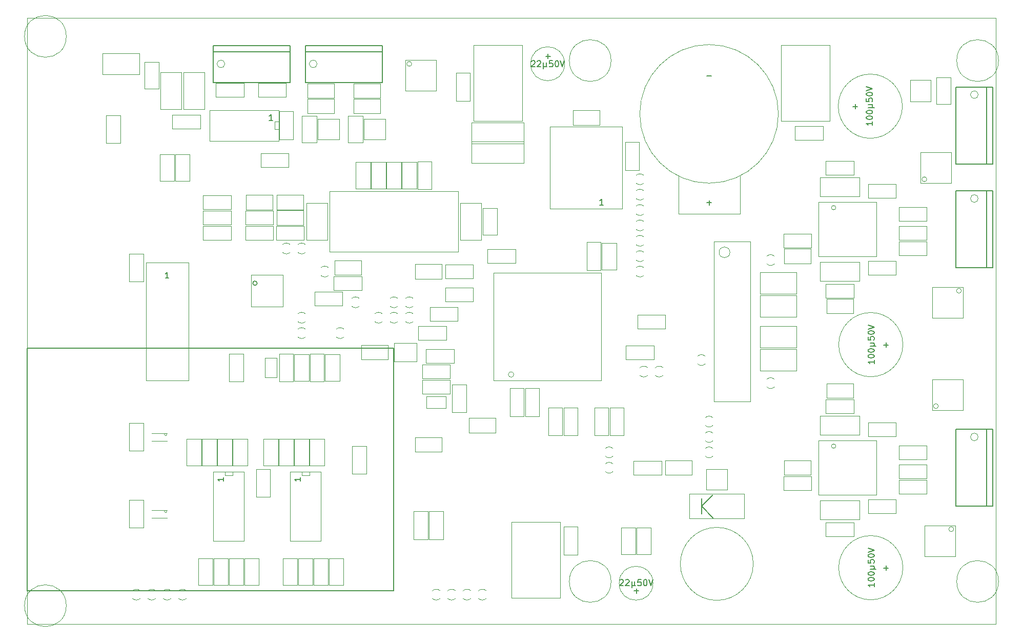
<source format=gbr>
G04 #@! TF.FileFunction,Other,User*
%FSLAX46Y46*%
G04 Gerber Fmt 4.6, Leading zero omitted, Abs format (unit mm)*
G04 Created by KiCad (PCBNEW 4.0.5) date 02/20/17 23:04:05*
%MOMM*%
%LPD*%
G01*
G04 APERTURE LIST*
%ADD10C,0.100000*%
%ADD11C,0.150000*%
%ADD12C,0.050000*%
G04 APERTURE END LIST*
D10*
X55000000Y-135000000D02*
X55000000Y-35000000D01*
X215000000Y-135000000D02*
X55000000Y-135000000D01*
X215000000Y-35000000D02*
X215000000Y-135000000D01*
X55000000Y-35000000D02*
X215000000Y-35000000D01*
D11*
X115500000Y-129500000D02*
X55000000Y-129500000D01*
X55000000Y-129500000D02*
X55000000Y-89500000D01*
X55000000Y-89500000D02*
X115500000Y-89500000D01*
X115500000Y-89500000D02*
X115500000Y-129500000D01*
D12*
X115500000Y-122750000D02*
X115500000Y-96350000D01*
X128745000Y-39480000D02*
X136745000Y-39480000D01*
X128745000Y-51980000D02*
X128745000Y-39480000D01*
X136745000Y-51980000D02*
X128745000Y-51980000D01*
X136745000Y-39480000D02*
X136745000Y-51980000D01*
X215450000Y-128000000D02*
G75*
G03X215450000Y-128000000I-3450000J0D01*
G01*
X61450000Y-132000000D02*
G75*
G03X61450000Y-132000000I-3450000J0D01*
G01*
X151450000Y-42000000D02*
G75*
G03X151450000Y-42000000I-3450000J0D01*
G01*
X215450000Y-42000000D02*
G75*
G03X215450000Y-42000000I-3450000J0D01*
G01*
X151450000Y-128000000D02*
G75*
G03X151450000Y-128000000I-3450000J0D01*
G01*
X61450000Y-38000000D02*
G75*
G03X61450000Y-38000000I-3450000J0D01*
G01*
X143035000Y-130700000D02*
X135035000Y-130700000D01*
X143035000Y-118200000D02*
X143035000Y-130700000D01*
X135035000Y-118200000D02*
X143035000Y-118200000D01*
X135035000Y-130700000D02*
X135035000Y-118200000D01*
X179545000Y-39480000D02*
X187545000Y-39480000D01*
X179545000Y-51980000D02*
X179545000Y-39480000D01*
X187545000Y-51980000D02*
X179545000Y-51980000D01*
X187545000Y-39480000D02*
X187545000Y-51980000D01*
D10*
X96520000Y-53340000D02*
X95885000Y-53340000D01*
X95885000Y-53340000D02*
X95885000Y-52070000D01*
X95885000Y-52070000D02*
X96520000Y-52070000D01*
X96520000Y-55245000D02*
X85090000Y-55245000D01*
X85090000Y-55245000D02*
X85090000Y-50165000D01*
X85090000Y-50165000D02*
X96520000Y-50165000D01*
X96520000Y-50165000D02*
X96520000Y-55245000D01*
X88900000Y-109855000D02*
X88900000Y-110490000D01*
X88900000Y-110490000D02*
X87630000Y-110490000D01*
X87630000Y-110490000D02*
X87630000Y-109855000D01*
X90805000Y-109855000D02*
X90805000Y-121285000D01*
X90805000Y-121285000D02*
X85725000Y-121285000D01*
X85725000Y-121285000D02*
X85725000Y-109855000D01*
X85725000Y-109855000D02*
X90805000Y-109855000D01*
X101600000Y-109855000D02*
X101600000Y-110490000D01*
X101600000Y-110490000D02*
X100330000Y-110490000D01*
X100330000Y-110490000D02*
X100330000Y-109855000D01*
X103505000Y-109855000D02*
X103505000Y-121285000D01*
X103505000Y-121285000D02*
X98425000Y-121285000D01*
X98425000Y-121285000D02*
X98425000Y-109855000D01*
X98425000Y-109855000D02*
X103505000Y-109855000D01*
D12*
X153270000Y-66440000D02*
X153270000Y-52940000D01*
X141370000Y-66440000D02*
X141370000Y-52940000D01*
X153270000Y-66440000D02*
X141370000Y-66440000D01*
X153270000Y-52940000D02*
X141370000Y-52940000D01*
D10*
X78030605Y-103759000D02*
G75*
G03X78030605Y-103759000I-179605J0D01*
G01*
X78105000Y-104775000D02*
X75565000Y-104775000D01*
X75565000Y-103505000D02*
X78105000Y-103505000D01*
X78030605Y-116459000D02*
G75*
G03X78030605Y-116459000I-179605J0D01*
G01*
X78105000Y-117475000D02*
X75565000Y-117475000D01*
X75565000Y-116205000D02*
X78105000Y-116205000D01*
D11*
X166370000Y-114300000D02*
X166370000Y-116840000D01*
X168275000Y-113665000D02*
X166370000Y-115570000D01*
X166370000Y-115570000D02*
X168275000Y-117475000D01*
D12*
X164410000Y-113570000D02*
X173410000Y-113570000D01*
X173410000Y-113570000D02*
X173410000Y-117570000D01*
X173410000Y-117570000D02*
X164410000Y-117570000D01*
X164410000Y-117570000D02*
X164410000Y-113570000D01*
D10*
X135374714Y-93827500D02*
G75*
G03X135374714Y-93827500I-447214J0D01*
G01*
D12*
X132027500Y-94827500D02*
X149827500Y-94827500D01*
X132027500Y-77027500D02*
X149827500Y-77027500D01*
X132027500Y-94827500D02*
X132027500Y-77027500D01*
X149827500Y-94827500D02*
X149827500Y-77027500D01*
D10*
X118511609Y-42545000D02*
G75*
G03X118511609Y-42545000I-401609J0D01*
G01*
X122555000Y-41910000D02*
X122555000Y-46990000D01*
X122555000Y-46990000D02*
X117475000Y-46990000D01*
X117475000Y-46990000D02*
X117475000Y-41910000D01*
X117475000Y-41910000D02*
X122555000Y-41910000D01*
X203601609Y-61595000D02*
G75*
G03X203601609Y-61595000I-401609J0D01*
G01*
X202565000Y-57150000D02*
X207645000Y-57150000D01*
X207645000Y-57150000D02*
X207645000Y-62230000D01*
X207645000Y-62230000D02*
X202565000Y-62230000D01*
X202565000Y-62230000D02*
X202565000Y-57150000D01*
X209316609Y-80010000D02*
G75*
G03X209316609Y-80010000I-401609J0D01*
G01*
X209550000Y-84455000D02*
X204470000Y-84455000D01*
X204470000Y-84455000D02*
X204470000Y-79375000D01*
X204470000Y-79375000D02*
X209550000Y-79375000D01*
X209550000Y-79375000D02*
X209550000Y-84455000D01*
X205506609Y-99060000D02*
G75*
G03X205506609Y-99060000I-401609J0D01*
G01*
X204470000Y-94615000D02*
X209550000Y-94615000D01*
X209550000Y-94615000D02*
X209550000Y-99695000D01*
X209550000Y-99695000D02*
X204470000Y-99695000D01*
X204470000Y-99695000D02*
X204470000Y-94615000D01*
X208046609Y-119380000D02*
G75*
G03X208046609Y-119380000I-401609J0D01*
G01*
X208280000Y-123825000D02*
X203200000Y-123825000D01*
X203200000Y-123825000D02*
X203200000Y-118745000D01*
X203200000Y-118745000D02*
X208280000Y-118745000D01*
X208280000Y-118745000D02*
X208280000Y-123825000D01*
D12*
X73505000Y-40795000D02*
X67455000Y-40795000D01*
X73505000Y-44295000D02*
X67455000Y-44295000D01*
X73505000Y-40795000D02*
X73505000Y-44295000D01*
X67455000Y-40795000D02*
X67455000Y-44295000D01*
X126520000Y-65560000D02*
X126520000Y-71610000D01*
X130020000Y-65560000D02*
X130020000Y-71610000D01*
X126520000Y-65560000D02*
X130020000Y-65560000D01*
X126520000Y-71610000D02*
X130020000Y-71610000D01*
X80490000Y-50010000D02*
X80490000Y-43960000D01*
X76990000Y-50010000D02*
X76990000Y-43960000D01*
X80490000Y-50010000D02*
X76990000Y-50010000D01*
X80490000Y-43960000D02*
X76990000Y-43960000D01*
X84300000Y-50010000D02*
X84300000Y-43960000D01*
X80800000Y-50010000D02*
X80800000Y-43960000D01*
X84300000Y-50010000D02*
X80800000Y-50010000D01*
X84300000Y-43960000D02*
X80800000Y-43960000D01*
D10*
X174934139Y-125095000D02*
G75*
G03X174934139Y-125095000I-6024139J0D01*
G01*
X212090000Y-47625000D02*
G75*
G03X212090000Y-47625000I-635000J0D01*
G01*
D11*
X213487000Y-59055000D02*
X213487000Y-46355000D01*
X208407000Y-46355000D02*
X208407000Y-59055000D01*
X208407000Y-59055000D02*
X214503000Y-59055000D01*
X214503000Y-59055000D02*
X214503000Y-46355000D01*
X214503000Y-46355000D02*
X208407000Y-46355000D01*
D10*
X87630000Y-42545000D02*
G75*
G03X87630000Y-42545000I-635000J0D01*
G01*
D11*
X98425000Y-40513000D02*
X85725000Y-40513000D01*
X85725000Y-45593000D02*
X98425000Y-45593000D01*
X98425000Y-45593000D02*
X98425000Y-39497000D01*
X98425000Y-39497000D02*
X85725000Y-39497000D01*
X85725000Y-39497000D02*
X85725000Y-45593000D01*
D10*
X212090000Y-64770000D02*
G75*
G03X212090000Y-64770000I-635000J0D01*
G01*
D11*
X213487000Y-76200000D02*
X213487000Y-63500000D01*
X208407000Y-63500000D02*
X208407000Y-76200000D01*
X208407000Y-76200000D02*
X214503000Y-76200000D01*
X214503000Y-76200000D02*
X214503000Y-63500000D01*
X214503000Y-63500000D02*
X208407000Y-63500000D01*
D10*
X212090000Y-104140000D02*
G75*
G03X212090000Y-104140000I-635000J0D01*
G01*
D11*
X213487000Y-115570000D02*
X213487000Y-102870000D01*
X208407000Y-102870000D02*
X208407000Y-115570000D01*
X208407000Y-115570000D02*
X214503000Y-115570000D01*
X214503000Y-115570000D02*
X214503000Y-102870000D01*
X214503000Y-102870000D02*
X208407000Y-102870000D01*
D10*
X102870000Y-42545000D02*
G75*
G03X102870000Y-42545000I-635000J0D01*
G01*
D11*
X113665000Y-40513000D02*
X100965000Y-40513000D01*
X100965000Y-45593000D02*
X113665000Y-45593000D01*
X113665000Y-45593000D02*
X113665000Y-39497000D01*
X113665000Y-39497000D02*
X100965000Y-39497000D01*
X100965000Y-39497000D02*
X100965000Y-45593000D01*
D10*
X171078026Y-73660000D02*
G75*
G03X171078026Y-73660000I-898026J0D01*
G01*
D12*
X168430000Y-71910000D02*
X168430000Y-98310000D01*
X174480000Y-71910000D02*
X174480000Y-98310000D01*
X168430000Y-71910000D02*
X174480000Y-71910000D01*
X168430000Y-98310000D02*
X174480000Y-98310000D01*
D10*
X172720000Y-60960000D02*
X172720000Y-67310000D01*
X172720000Y-67310000D02*
X162560000Y-67310000D01*
X162560000Y-67310000D02*
X162560000Y-60960000D01*
X179087625Y-50800000D02*
G75*
G03X179087625Y-50800000I-11447625J0D01*
G01*
X150495000Y-109855000D02*
G75*
G03X151765000Y-109855000I635000J635000D01*
G01*
X151765000Y-108585000D02*
G75*
G03X150495000Y-108585000I-635000J-635000D01*
G01*
X155575000Y-64770000D02*
G75*
G03X156845000Y-64770000I635000J635000D01*
G01*
X156845000Y-63500000D02*
G75*
G03X155575000Y-63500000I-635000J-635000D01*
G01*
X155575000Y-62230000D02*
G75*
G03X156845000Y-62230000I635000J635000D01*
G01*
X156845000Y-60960000D02*
G75*
G03X155575000Y-60960000I-635000J-635000D01*
G01*
X155575000Y-77470000D02*
G75*
G03X156845000Y-77470000I635000J635000D01*
G01*
X156845000Y-76200000D02*
G75*
G03X155575000Y-76200000I-635000J-635000D01*
G01*
X112395000Y-85090000D02*
G75*
G03X113665000Y-85090000I635000J635000D01*
G01*
X113665000Y-83820000D02*
G75*
G03X112395000Y-83820000I-635000J-635000D01*
G01*
X97155000Y-73660000D02*
G75*
G03X98425000Y-73660000I635000J635000D01*
G01*
X98425000Y-72390000D02*
G75*
G03X97155000Y-72390000I-635000J-635000D01*
G01*
X114935000Y-85090000D02*
G75*
G03X116205000Y-85090000I635000J635000D01*
G01*
X116205000Y-83820000D02*
G75*
G03X114935000Y-83820000I-635000J-635000D01*
G01*
X103505000Y-77470000D02*
G75*
G03X104775000Y-77470000I635000J635000D01*
G01*
X104775000Y-76200000D02*
G75*
G03X103505000Y-76200000I-635000J-635000D01*
G01*
X108585000Y-82550000D02*
G75*
G03X109855000Y-82550000I635000J635000D01*
G01*
X109855000Y-81280000D02*
G75*
G03X108585000Y-81280000I-635000J-635000D01*
G01*
X117475000Y-85090000D02*
G75*
G03X118745000Y-85090000I635000J635000D01*
G01*
X118745000Y-83820000D02*
G75*
G03X117475000Y-83820000I-635000J-635000D01*
G01*
X117475000Y-82550000D02*
G75*
G03X118745000Y-82550000I635000J635000D01*
G01*
X118745000Y-81280000D02*
G75*
G03X117475000Y-81280000I-635000J-635000D01*
G01*
X99695000Y-73660000D02*
G75*
G03X100965000Y-73660000I635000J635000D01*
G01*
X100965000Y-72390000D02*
G75*
G03X99695000Y-72390000I-635000J-635000D01*
G01*
X114935000Y-82550000D02*
G75*
G03X116205000Y-82550000I635000J635000D01*
G01*
X116205000Y-81280000D02*
G75*
G03X114935000Y-81280000I-635000J-635000D01*
G01*
X106045000Y-87630000D02*
G75*
G03X107315000Y-87630000I635000J635000D01*
G01*
X107315000Y-86360000D02*
G75*
G03X106045000Y-86360000I-635000J-635000D01*
G01*
X99695000Y-85090000D02*
G75*
G03X100965000Y-85090000I635000J635000D01*
G01*
X100965000Y-83820000D02*
G75*
G03X99695000Y-83820000I-635000J-635000D01*
G01*
X99695000Y-87630000D02*
G75*
G03X100965000Y-87630000I635000J635000D01*
G01*
X100965000Y-86360000D02*
G75*
G03X99695000Y-86360000I-635000J-635000D01*
G01*
X177165000Y-75565000D02*
G75*
G03X178435000Y-75565000I635000J635000D01*
G01*
X178435000Y-74295000D02*
G75*
G03X177165000Y-74295000I-635000J-635000D01*
G01*
X177165000Y-95885000D02*
G75*
G03X178435000Y-95885000I635000J635000D01*
G01*
X178435000Y-94615000D02*
G75*
G03X177165000Y-94615000I-635000J-635000D01*
G01*
X80010000Y-130810000D02*
G75*
G03X81280000Y-130810000I635000J635000D01*
G01*
X81280000Y-129540000D02*
G75*
G03X80010000Y-129540000I-635000J-635000D01*
G01*
X74930000Y-130810000D02*
G75*
G03X76200000Y-130810000I635000J635000D01*
G01*
X76200000Y-129540000D02*
G75*
G03X74930000Y-129540000I-635000J-635000D01*
G01*
X127000000Y-130810000D02*
G75*
G03X128270000Y-130810000I635000J635000D01*
G01*
X128270000Y-129540000D02*
G75*
G03X127000000Y-129540000I-635000J-635000D01*
G01*
X124460000Y-130810000D02*
G75*
G03X125730000Y-130810000I635000J635000D01*
G01*
X125730000Y-129540000D02*
G75*
G03X124460000Y-129540000I-635000J-635000D01*
G01*
X121920000Y-130810000D02*
G75*
G03X123190000Y-130810000I635000J635000D01*
G01*
X123190000Y-129540000D02*
G75*
G03X121920000Y-129540000I-635000J-635000D01*
G01*
X129540000Y-130810000D02*
G75*
G03X130810000Y-130810000I635000J635000D01*
G01*
X130810000Y-129540000D02*
G75*
G03X129540000Y-129540000I-635000J-635000D01*
G01*
X77470000Y-130810000D02*
G75*
G03X78740000Y-130810000I635000J635000D01*
G01*
X78740000Y-129540000D02*
G75*
G03X77470000Y-129540000I-635000J-635000D01*
G01*
X72390000Y-130810000D02*
G75*
G03X73660000Y-130810000I635000J635000D01*
G01*
X73660000Y-129540000D02*
G75*
G03X72390000Y-129540000I-635000J-635000D01*
G01*
X167005000Y-102235000D02*
G75*
G03X168275000Y-102235000I635000J635000D01*
G01*
X168275000Y-100965000D02*
G75*
G03X167005000Y-100965000I-635000J-635000D01*
G01*
X158750000Y-93980000D02*
G75*
G03X160020000Y-93980000I635000J635000D01*
G01*
X160020000Y-92710000D02*
G75*
G03X158750000Y-92710000I-635000J-635000D01*
G01*
X156210000Y-93980000D02*
G75*
G03X157480000Y-93980000I635000J635000D01*
G01*
X157480000Y-92710000D02*
G75*
G03X156210000Y-92710000I-635000J-635000D01*
G01*
X167005000Y-104775000D02*
G75*
G03X168275000Y-104775000I635000J635000D01*
G01*
X168275000Y-103505000D02*
G75*
G03X167005000Y-103505000I-635000J-635000D01*
G01*
X167005000Y-107315000D02*
G75*
G03X168275000Y-107315000I635000J635000D01*
G01*
X168275000Y-106045000D02*
G75*
G03X167005000Y-106045000I-635000J-635000D01*
G01*
X150495000Y-107315000D02*
G75*
G03X151765000Y-107315000I635000J635000D01*
G01*
X151765000Y-106045000D02*
G75*
G03X150495000Y-106045000I-635000J-635000D01*
G01*
X155575000Y-69850000D02*
G75*
G03X156845000Y-69850000I635000J635000D01*
G01*
X156845000Y-68580000D02*
G75*
G03X155575000Y-68580000I-635000J-635000D01*
G01*
X155575000Y-74930000D02*
G75*
G03X156845000Y-74930000I635000J635000D01*
G01*
X156845000Y-73660000D02*
G75*
G03X155575000Y-73660000I-635000J-635000D01*
G01*
X155575000Y-67310000D02*
G75*
G03X156845000Y-67310000I635000J635000D01*
G01*
X156845000Y-66040000D02*
G75*
G03X155575000Y-66040000I-635000J-635000D01*
G01*
X155575000Y-72390000D02*
G75*
G03X156845000Y-72390000I635000J635000D01*
G01*
X156845000Y-71120000D02*
G75*
G03X155575000Y-71120000I-635000J-635000D01*
G01*
X165735000Y-92075000D02*
G75*
G03X167005000Y-92075000I635000J635000D01*
G01*
X167005000Y-90805000D02*
G75*
G03X165735000Y-90805000I-635000J-635000D01*
G01*
X115575000Y-88670000D02*
X119375000Y-88670000D01*
X119375000Y-88670000D02*
X119375000Y-91670000D01*
X119375000Y-91670000D02*
X115575000Y-91670000D01*
X115575000Y-91670000D02*
X115575000Y-88670000D01*
D12*
X74645000Y-75340000D02*
X74645000Y-94840000D01*
X81645000Y-75340000D02*
X81645000Y-94840000D01*
X74645000Y-75340000D02*
X81645000Y-75340000D01*
X74645000Y-94840000D02*
X81645000Y-94840000D01*
D10*
X188573210Y-105664000D02*
G75*
G03X188573210Y-105664000I-359210J0D01*
G01*
D12*
X185750000Y-104720000D02*
X185750000Y-113720000D01*
X195250000Y-104720000D02*
X195250000Y-113720000D01*
X185750000Y-104720000D02*
X195250000Y-104720000D01*
X185750000Y-113720000D02*
X195250000Y-113720000D01*
D10*
X188573210Y-66294000D02*
G75*
G03X188573210Y-66294000I-359210J0D01*
G01*
D12*
X185750000Y-65350000D02*
X185750000Y-74350000D01*
X195250000Y-65350000D02*
X195250000Y-74350000D01*
X185750000Y-65350000D02*
X195250000Y-65350000D01*
X185750000Y-74350000D02*
X195250000Y-74350000D01*
D11*
X92968553Y-78760000D02*
G75*
G03X92968553Y-78760000I-353553J0D01*
G01*
D12*
X91965000Y-77360000D02*
X91965000Y-82660000D01*
X97265000Y-77360000D02*
X97265000Y-82660000D01*
X91965000Y-77360000D02*
X97265000Y-77360000D01*
X91965000Y-82660000D02*
X97265000Y-82660000D01*
X143770000Y-42525000D02*
G75*
G03X143770000Y-42525000I-2800000J0D01*
G01*
X158375000Y-128290000D02*
G75*
G03X158375000Y-128290000I-2800000J0D01*
G01*
X199650000Y-125730000D02*
G75*
G03X199650000Y-125730000I-5300000J0D01*
G01*
X199650000Y-88900000D02*
G75*
G03X199650000Y-88900000I-5300000J0D01*
G01*
X199570000Y-49530000D02*
G75*
G03X199570000Y-49530000I-5300000J0D01*
G01*
X101120000Y-65560000D02*
X101120000Y-71610000D01*
X104620000Y-65560000D02*
X104620000Y-71610000D01*
X101120000Y-65560000D02*
X104620000Y-65560000D01*
X101120000Y-71610000D02*
X104620000Y-71610000D01*
X203595000Y-111005000D02*
X198995000Y-111005000D01*
X203595000Y-108705000D02*
X198995000Y-108705000D01*
X203595000Y-111005000D02*
X203595000Y-108705000D01*
X198995000Y-111005000D02*
X198995000Y-108705000D01*
X198995000Y-105530000D02*
X203595000Y-105530000D01*
X198995000Y-107830000D02*
X203595000Y-107830000D01*
X198995000Y-105530000D02*
X198995000Y-107830000D01*
X203595000Y-105530000D02*
X203595000Y-107830000D01*
X184545000Y-112910000D02*
X179945000Y-112910000D01*
X184545000Y-110610000D02*
X179945000Y-110610000D01*
X184545000Y-112910000D02*
X184545000Y-110610000D01*
X179945000Y-112910000D02*
X179945000Y-110610000D01*
X155180000Y-108070000D02*
X159780000Y-108070000D01*
X155180000Y-110370000D02*
X159780000Y-110370000D01*
X155180000Y-108070000D02*
X155180000Y-110370000D01*
X159780000Y-108070000D02*
X159780000Y-110370000D01*
X153790000Y-60085000D02*
X153790000Y-55485000D01*
X156090000Y-60085000D02*
X156090000Y-55485000D01*
X153790000Y-60085000D02*
X156090000Y-60085000D01*
X153790000Y-55485000D02*
X156090000Y-55485000D01*
X97755000Y-47985000D02*
X93155000Y-47985000D01*
X97755000Y-45685000D02*
X93155000Y-45685000D01*
X97755000Y-47985000D02*
X97755000Y-45685000D01*
X93155000Y-47985000D02*
X93155000Y-45685000D01*
X120255000Y-94735000D02*
X124855000Y-94735000D01*
X120255000Y-97035000D02*
X124855000Y-97035000D01*
X120255000Y-94735000D02*
X120255000Y-97035000D01*
X124855000Y-94735000D02*
X124855000Y-97035000D01*
X124220000Y-88145000D02*
X119620000Y-88145000D01*
X124220000Y-85845000D02*
X119620000Y-85845000D01*
X124220000Y-88145000D02*
X124220000Y-85845000D01*
X119620000Y-88145000D02*
X119620000Y-85845000D01*
X120890000Y-89655000D02*
X125490000Y-89655000D01*
X120890000Y-91955000D02*
X125490000Y-91955000D01*
X120890000Y-89655000D02*
X120890000Y-91955000D01*
X125490000Y-89655000D02*
X125490000Y-91955000D01*
X158510000Y-91320000D02*
X153910000Y-91320000D01*
X158510000Y-89020000D02*
X153910000Y-89020000D01*
X158510000Y-91320000D02*
X158510000Y-89020000D01*
X153910000Y-91320000D02*
X153910000Y-89020000D01*
X143630000Y-103900000D02*
X143630000Y-99300000D01*
X145930000Y-103900000D02*
X145930000Y-99300000D01*
X143630000Y-103900000D02*
X145930000Y-103900000D01*
X143630000Y-99300000D02*
X145930000Y-99300000D01*
X131050000Y-73145000D02*
X135650000Y-73145000D01*
X131050000Y-75445000D02*
X135650000Y-75445000D01*
X131050000Y-73145000D02*
X131050000Y-75445000D01*
X135650000Y-73145000D02*
X135650000Y-75445000D01*
X153550000Y-99300000D02*
X153550000Y-103900000D01*
X151250000Y-99300000D02*
X151250000Y-103900000D01*
X153550000Y-99300000D02*
X151250000Y-99300000D01*
X153550000Y-103900000D02*
X151250000Y-103900000D01*
X134740000Y-100725000D02*
X134740000Y-96125000D01*
X137040000Y-100725000D02*
X137040000Y-96125000D01*
X134740000Y-100725000D02*
X137040000Y-100725000D01*
X134740000Y-96125000D02*
X137040000Y-96125000D01*
X124065000Y-79495000D02*
X128665000Y-79495000D01*
X124065000Y-81795000D02*
X128665000Y-81795000D01*
X124065000Y-79495000D02*
X124065000Y-81795000D01*
X128665000Y-79495000D02*
X128665000Y-81795000D01*
X148710000Y-103900000D02*
X148710000Y-99300000D01*
X151010000Y-103900000D02*
X151010000Y-99300000D01*
X148710000Y-103900000D02*
X151010000Y-103900000D01*
X148710000Y-99300000D02*
X151010000Y-99300000D01*
X124065000Y-75685000D02*
X128665000Y-75685000D01*
X124065000Y-77985000D02*
X128665000Y-77985000D01*
X124065000Y-75685000D02*
X124065000Y-77985000D01*
X128665000Y-75685000D02*
X128665000Y-77985000D01*
X141090000Y-103900000D02*
X141090000Y-99300000D01*
X143390000Y-103900000D02*
X143390000Y-99300000D01*
X141090000Y-103900000D02*
X143390000Y-103900000D01*
X141090000Y-99300000D02*
X143390000Y-99300000D01*
X160415000Y-86240000D02*
X155815000Y-86240000D01*
X160415000Y-83940000D02*
X155815000Y-83940000D01*
X160415000Y-86240000D02*
X160415000Y-83940000D01*
X155815000Y-86240000D02*
X155815000Y-83940000D01*
X121525000Y-82670000D02*
X126125000Y-82670000D01*
X121525000Y-84970000D02*
X126125000Y-84970000D01*
X121525000Y-82670000D02*
X121525000Y-84970000D01*
X126125000Y-82670000D02*
X126125000Y-84970000D01*
X120255000Y-92195000D02*
X124855000Y-92195000D01*
X120255000Y-94495000D02*
X124855000Y-94495000D01*
X120255000Y-92195000D02*
X120255000Y-94495000D01*
X124855000Y-92195000D02*
X124855000Y-94495000D01*
X139580000Y-96125000D02*
X139580000Y-100725000D01*
X137280000Y-96125000D02*
X137280000Y-100725000D01*
X139580000Y-96125000D02*
X137280000Y-96125000D01*
X139580000Y-100725000D02*
X137280000Y-100725000D01*
X203595000Y-71635000D02*
X198995000Y-71635000D01*
X203595000Y-69335000D02*
X198995000Y-69335000D01*
X203595000Y-71635000D02*
X203595000Y-69335000D01*
X198995000Y-71635000D02*
X198995000Y-69335000D01*
X198995000Y-66160000D02*
X203595000Y-66160000D01*
X198995000Y-68460000D02*
X203595000Y-68460000D01*
X198995000Y-66160000D02*
X198995000Y-68460000D01*
X203595000Y-66160000D02*
X203595000Y-68460000D01*
X186930000Y-118230000D02*
X191530000Y-118230000D01*
X186930000Y-120530000D02*
X191530000Y-120530000D01*
X186930000Y-118230000D02*
X186930000Y-120530000D01*
X191530000Y-118230000D02*
X191530000Y-120530000D01*
X90685000Y-90410000D02*
X90685000Y-95010000D01*
X88385000Y-90410000D02*
X88385000Y-95010000D01*
X90685000Y-90410000D02*
X88385000Y-90410000D01*
X90685000Y-95010000D02*
X88385000Y-95010000D01*
X92830000Y-114060000D02*
X92830000Y-109460000D01*
X95130000Y-114060000D02*
X95130000Y-109460000D01*
X92830000Y-114060000D02*
X95130000Y-114060000D01*
X92830000Y-109460000D02*
X95130000Y-109460000D01*
X125850000Y-48655000D02*
X125850000Y-44055000D01*
X128150000Y-48655000D02*
X128150000Y-44055000D01*
X125850000Y-48655000D02*
X128150000Y-48655000D01*
X125850000Y-44055000D02*
X128150000Y-44055000D01*
X145930000Y-118985000D02*
X145930000Y-123585000D01*
X143630000Y-118985000D02*
X143630000Y-123585000D01*
X145930000Y-118985000D02*
X143630000Y-118985000D01*
X145930000Y-123585000D02*
X143630000Y-123585000D01*
X181850000Y-52825000D02*
X186450000Y-52825000D01*
X181850000Y-55125000D02*
X186450000Y-55125000D01*
X181850000Y-52825000D02*
X181850000Y-55125000D01*
X186450000Y-52825000D02*
X186450000Y-55125000D01*
X193915000Y-75050000D02*
X198515000Y-75050000D01*
X193915000Y-77350000D02*
X198515000Y-77350000D01*
X193915000Y-75050000D02*
X193915000Y-77350000D01*
X198515000Y-75050000D02*
X198515000Y-77350000D01*
X186930000Y-97910000D02*
X191530000Y-97910000D01*
X186930000Y-100210000D02*
X191530000Y-100210000D01*
X186930000Y-97910000D02*
X186930000Y-100210000D01*
X191530000Y-97910000D02*
X191530000Y-100210000D01*
X184545000Y-72905000D02*
X179945000Y-72905000D01*
X184545000Y-70605000D02*
X179945000Y-70605000D01*
X184545000Y-72905000D02*
X184545000Y-70605000D01*
X179945000Y-72905000D02*
X179945000Y-70605000D01*
X186930000Y-58540000D02*
X191530000Y-58540000D01*
X186930000Y-60840000D02*
X191530000Y-60840000D01*
X186930000Y-58540000D02*
X186930000Y-60840000D01*
X191530000Y-58540000D02*
X191530000Y-60840000D01*
X198995000Y-111245000D02*
X203595000Y-111245000D01*
X198995000Y-113545000D02*
X203595000Y-113545000D01*
X198995000Y-111245000D02*
X198995000Y-113545000D01*
X203595000Y-111245000D02*
X203595000Y-113545000D01*
X198995000Y-71875000D02*
X203595000Y-71875000D01*
X198995000Y-74175000D02*
X203595000Y-74175000D01*
X198995000Y-71875000D02*
X198995000Y-74175000D01*
X203595000Y-71875000D02*
X203595000Y-74175000D01*
X90770000Y-47985000D02*
X86170000Y-47985000D01*
X90770000Y-45685000D02*
X86170000Y-45685000D01*
X90770000Y-47985000D02*
X90770000Y-45685000D01*
X86170000Y-47985000D02*
X86170000Y-45685000D01*
X96640000Y-55005000D02*
X96640000Y-50405000D01*
X98940000Y-55005000D02*
X98940000Y-50405000D01*
X96640000Y-55005000D02*
X98940000Y-55005000D01*
X96640000Y-50405000D02*
X98940000Y-50405000D01*
X78980000Y-50920000D02*
X83580000Y-50920000D01*
X78980000Y-53220000D02*
X83580000Y-53220000D01*
X78980000Y-50920000D02*
X78980000Y-53220000D01*
X83580000Y-50920000D02*
X83580000Y-53220000D01*
X98185000Y-59570000D02*
X93585000Y-59570000D01*
X98185000Y-57270000D02*
X93585000Y-57270000D01*
X98185000Y-59570000D02*
X98185000Y-57270000D01*
X93585000Y-59570000D02*
X93585000Y-57270000D01*
X74175000Y-73900000D02*
X74175000Y-78500000D01*
X71875000Y-73900000D02*
X71875000Y-78500000D01*
X74175000Y-73900000D02*
X71875000Y-73900000D01*
X74175000Y-78500000D02*
X71875000Y-78500000D01*
X68065000Y-55640000D02*
X68065000Y-51040000D01*
X70365000Y-55640000D02*
X70365000Y-51040000D01*
X68065000Y-55640000D02*
X70365000Y-55640000D01*
X68065000Y-51040000D02*
X70365000Y-51040000D01*
X84060000Y-66795000D02*
X88660000Y-66795000D01*
X84060000Y-69095000D02*
X88660000Y-69095000D01*
X84060000Y-66795000D02*
X84060000Y-69095000D01*
X88660000Y-66795000D02*
X88660000Y-69095000D01*
X84060000Y-64255000D02*
X88660000Y-64255000D01*
X84060000Y-66555000D02*
X88660000Y-66555000D01*
X84060000Y-64255000D02*
X84060000Y-66555000D01*
X88660000Y-64255000D02*
X88660000Y-66555000D01*
X84060000Y-69335000D02*
X88660000Y-69335000D01*
X84060000Y-71635000D02*
X88660000Y-71635000D01*
X84060000Y-69335000D02*
X84060000Y-71635000D01*
X88660000Y-69335000D02*
X88660000Y-71635000D01*
X91045000Y-66795000D02*
X95645000Y-66795000D01*
X91045000Y-69095000D02*
X95645000Y-69095000D01*
X91045000Y-66795000D02*
X91045000Y-69095000D01*
X95645000Y-66795000D02*
X95645000Y-69095000D01*
X127515000Y-95490000D02*
X127515000Y-100090000D01*
X125215000Y-95490000D02*
X125215000Y-100090000D01*
X127515000Y-95490000D02*
X125215000Y-95490000D01*
X127515000Y-100090000D02*
X125215000Y-100090000D01*
X91045000Y-69335000D02*
X95645000Y-69335000D01*
X91045000Y-71635000D02*
X95645000Y-71635000D01*
X91045000Y-69335000D02*
X91045000Y-71635000D01*
X95645000Y-69335000D02*
X95645000Y-71635000D01*
X104020000Y-90410000D02*
X104020000Y-95010000D01*
X101720000Y-90410000D02*
X101720000Y-95010000D01*
X104020000Y-90410000D02*
X101720000Y-90410000D01*
X104020000Y-95010000D02*
X101720000Y-95010000D01*
X98940000Y-90410000D02*
X98940000Y-95010000D01*
X96640000Y-90410000D02*
X96640000Y-95010000D01*
X98940000Y-90410000D02*
X96640000Y-90410000D01*
X98940000Y-95010000D02*
X96640000Y-95010000D01*
X102475000Y-80130000D02*
X107075000Y-80130000D01*
X102475000Y-82430000D02*
X107075000Y-82430000D01*
X102475000Y-80130000D02*
X102475000Y-82430000D01*
X107075000Y-80130000D02*
X107075000Y-82430000D01*
X105650000Y-77590000D02*
X110250000Y-77590000D01*
X105650000Y-79890000D02*
X110250000Y-79890000D01*
X105650000Y-77590000D02*
X105650000Y-79890000D01*
X110250000Y-77590000D02*
X110250000Y-79890000D01*
X100725000Y-71635000D02*
X96125000Y-71635000D01*
X100725000Y-69335000D02*
X96125000Y-69335000D01*
X100725000Y-71635000D02*
X100725000Y-69335000D01*
X96125000Y-71635000D02*
X96125000Y-69335000D01*
X121165000Y-116445000D02*
X121165000Y-121045000D01*
X118865000Y-116445000D02*
X118865000Y-121045000D01*
X121165000Y-116445000D02*
X118865000Y-116445000D01*
X121165000Y-121045000D02*
X118865000Y-121045000D01*
X123705000Y-116445000D02*
X123705000Y-121045000D01*
X121405000Y-116445000D02*
X121405000Y-121045000D01*
X123705000Y-116445000D02*
X121405000Y-116445000D01*
X123705000Y-121045000D02*
X121405000Y-121045000D01*
X74175000Y-114540000D02*
X74175000Y-119140000D01*
X71875000Y-114540000D02*
X71875000Y-119140000D01*
X74175000Y-114540000D02*
X71875000Y-114540000D01*
X74175000Y-119140000D02*
X71875000Y-119140000D01*
X74175000Y-101840000D02*
X74175000Y-106440000D01*
X71875000Y-101840000D02*
X71875000Y-106440000D01*
X74175000Y-101840000D02*
X71875000Y-101840000D01*
X74175000Y-106440000D02*
X71875000Y-106440000D01*
X186930000Y-78860000D02*
X191530000Y-78860000D01*
X186930000Y-81160000D02*
X191530000Y-81160000D01*
X186930000Y-78860000D02*
X186930000Y-81160000D01*
X191530000Y-78860000D02*
X191530000Y-81160000D01*
X193915000Y-114420000D02*
X198515000Y-114420000D01*
X193915000Y-116720000D02*
X198515000Y-116720000D01*
X193915000Y-114420000D02*
X193915000Y-116720000D01*
X198515000Y-114420000D02*
X198515000Y-116720000D01*
X193915000Y-101720000D02*
X198515000Y-101720000D01*
X193915000Y-104020000D02*
X198515000Y-104020000D01*
X193915000Y-101720000D02*
X193915000Y-104020000D01*
X198515000Y-101720000D02*
X198515000Y-104020000D01*
X193915000Y-62350000D02*
X198515000Y-62350000D01*
X193915000Y-64650000D02*
X198515000Y-64650000D01*
X193915000Y-62350000D02*
X193915000Y-64650000D01*
X198515000Y-62350000D02*
X198515000Y-64650000D01*
X119500000Y-63260000D02*
X119500000Y-58660000D01*
X121800000Y-63260000D02*
X121800000Y-58660000D01*
X119500000Y-63260000D02*
X121800000Y-63260000D01*
X119500000Y-58660000D02*
X121800000Y-58660000D01*
X111005000Y-105650000D02*
X111005000Y-110250000D01*
X108705000Y-105650000D02*
X108705000Y-110250000D01*
X111005000Y-105650000D02*
X108705000Y-105650000D01*
X111005000Y-110250000D02*
X108705000Y-110250000D01*
X147440000Y-76595000D02*
X147440000Y-71995000D01*
X149740000Y-76595000D02*
X149740000Y-71995000D01*
X147440000Y-76595000D02*
X149740000Y-76595000D01*
X147440000Y-71995000D02*
X149740000Y-71995000D01*
X113325000Y-50730000D02*
X108925000Y-50730000D01*
X113325000Y-48330000D02*
X108925000Y-48330000D01*
X113325000Y-50730000D02*
X113325000Y-48330000D01*
X108925000Y-50730000D02*
X108925000Y-48330000D01*
X105705000Y-50730000D02*
X101305000Y-50730000D01*
X105705000Y-48330000D02*
X101305000Y-48330000D01*
X105705000Y-50730000D02*
X105705000Y-48330000D01*
X101305000Y-50730000D02*
X101305000Y-48330000D01*
X110420000Y-51140000D02*
X110420000Y-55540000D01*
X108020000Y-51140000D02*
X108020000Y-55540000D01*
X110420000Y-51140000D02*
X108020000Y-51140000D01*
X110420000Y-55540000D02*
X108020000Y-55540000D01*
X102800000Y-51140000D02*
X102800000Y-55540000D01*
X100400000Y-51140000D02*
X100400000Y-55540000D01*
X102800000Y-51140000D02*
X100400000Y-51140000D01*
X102800000Y-55540000D02*
X100400000Y-55540000D01*
X96225000Y-64205000D02*
X100625000Y-64205000D01*
X96225000Y-66605000D02*
X100625000Y-66605000D01*
X96225000Y-64205000D02*
X96225000Y-66605000D01*
X100625000Y-64205000D02*
X100625000Y-66605000D01*
X79305000Y-57490000D02*
X79305000Y-61890000D01*
X76905000Y-57490000D02*
X76905000Y-61890000D01*
X79305000Y-57490000D02*
X76905000Y-57490000D01*
X79305000Y-61890000D02*
X76905000Y-61890000D01*
X100625000Y-69145000D02*
X96225000Y-69145000D01*
X100625000Y-66745000D02*
X96225000Y-66745000D01*
X100625000Y-69145000D02*
X100625000Y-66745000D01*
X96225000Y-69145000D02*
X96225000Y-66745000D01*
X97225000Y-128565000D02*
X97225000Y-124165000D01*
X99625000Y-128565000D02*
X99625000Y-124165000D01*
X97225000Y-128565000D02*
X99625000Y-128565000D01*
X97225000Y-124165000D02*
X99625000Y-124165000D01*
X99765000Y-128565000D02*
X99765000Y-124165000D01*
X102165000Y-128565000D02*
X102165000Y-124165000D01*
X99765000Y-128565000D02*
X102165000Y-128565000D01*
X99765000Y-124165000D02*
X102165000Y-124165000D01*
X102305000Y-128565000D02*
X102305000Y-124165000D01*
X104705000Y-128565000D02*
X104705000Y-124165000D01*
X102305000Y-128565000D02*
X104705000Y-128565000D01*
X102305000Y-124165000D02*
X104705000Y-124165000D01*
X104845000Y-128565000D02*
X104845000Y-124165000D01*
X107245000Y-128565000D02*
X107245000Y-124165000D01*
X104845000Y-128565000D02*
X107245000Y-128565000D01*
X104845000Y-124165000D02*
X107245000Y-124165000D01*
X86290000Y-104480000D02*
X86290000Y-108880000D01*
X83890000Y-104480000D02*
X83890000Y-108880000D01*
X86290000Y-104480000D02*
X83890000Y-104480000D01*
X86290000Y-108880000D02*
X83890000Y-108880000D01*
X83750000Y-104480000D02*
X83750000Y-108880000D01*
X81350000Y-104480000D02*
X81350000Y-108880000D01*
X83750000Y-104480000D02*
X81350000Y-104480000D01*
X83750000Y-108880000D02*
X81350000Y-108880000D01*
X83255000Y-128565000D02*
X83255000Y-124165000D01*
X85655000Y-128565000D02*
X85655000Y-124165000D01*
X83255000Y-128565000D02*
X85655000Y-128565000D01*
X83255000Y-124165000D02*
X85655000Y-124165000D01*
X85795000Y-128565000D02*
X85795000Y-124165000D01*
X88195000Y-128565000D02*
X88195000Y-124165000D01*
X85795000Y-128565000D02*
X88195000Y-128565000D01*
X85795000Y-124165000D02*
X88195000Y-124165000D01*
X88335000Y-128565000D02*
X88335000Y-124165000D01*
X90735000Y-128565000D02*
X90735000Y-124165000D01*
X88335000Y-128565000D02*
X90735000Y-128565000D01*
X88335000Y-124165000D02*
X90735000Y-124165000D01*
X90875000Y-128565000D02*
X90875000Y-124165000D01*
X93275000Y-128565000D02*
X93275000Y-124165000D01*
X90875000Y-128565000D02*
X93275000Y-128565000D01*
X90875000Y-124165000D02*
X93275000Y-124165000D01*
X104070000Y-104480000D02*
X104070000Y-108880000D01*
X101670000Y-104480000D02*
X101670000Y-108880000D01*
X104070000Y-104480000D02*
X101670000Y-104480000D01*
X104070000Y-108880000D02*
X101670000Y-108880000D01*
X96450000Y-104480000D02*
X96450000Y-108880000D01*
X94050000Y-104480000D02*
X94050000Y-108880000D01*
X96450000Y-104480000D02*
X94050000Y-104480000D01*
X96450000Y-108880000D02*
X94050000Y-108880000D01*
X98990000Y-104480000D02*
X98990000Y-108880000D01*
X96590000Y-104480000D02*
X96590000Y-108880000D01*
X98990000Y-104480000D02*
X96590000Y-104480000D01*
X98990000Y-108880000D02*
X96590000Y-108880000D01*
X101530000Y-104480000D02*
X101530000Y-108880000D01*
X99130000Y-104480000D02*
X99130000Y-108880000D01*
X101530000Y-104480000D02*
X99130000Y-104480000D01*
X101530000Y-108880000D02*
X99130000Y-108880000D01*
X81845000Y-57490000D02*
X81845000Y-61890000D01*
X79445000Y-57490000D02*
X79445000Y-61890000D01*
X81845000Y-57490000D02*
X79445000Y-57490000D01*
X81845000Y-61890000D02*
X79445000Y-61890000D01*
X123485000Y-78035000D02*
X119085000Y-78035000D01*
X123485000Y-75635000D02*
X119085000Y-75635000D01*
X123485000Y-78035000D02*
X123485000Y-75635000D01*
X119085000Y-78035000D02*
X119085000Y-75635000D01*
X105750000Y-75000000D02*
X110150000Y-75000000D01*
X105750000Y-77400000D02*
X110150000Y-77400000D01*
X105750000Y-75000000D02*
X105750000Y-77400000D01*
X110150000Y-75000000D02*
X110150000Y-77400000D01*
X132375000Y-103435000D02*
X127975000Y-103435000D01*
X132375000Y-101035000D02*
X127975000Y-101035000D01*
X132375000Y-103435000D02*
X132375000Y-101035000D01*
X127975000Y-103435000D02*
X127975000Y-101035000D01*
X91145000Y-64205000D02*
X95545000Y-64205000D01*
X91145000Y-66605000D02*
X95545000Y-66605000D01*
X91145000Y-64205000D02*
X91145000Y-66605000D01*
X95545000Y-64205000D02*
X95545000Y-66605000D01*
X145120000Y-50235000D02*
X149520000Y-50235000D01*
X145120000Y-52635000D02*
X149520000Y-52635000D01*
X145120000Y-50235000D02*
X145120000Y-52635000D01*
X149520000Y-50235000D02*
X149520000Y-52635000D01*
X123485000Y-106610000D02*
X119085000Y-106610000D01*
X123485000Y-104210000D02*
X119085000Y-104210000D01*
X123485000Y-106610000D02*
X123485000Y-104210000D01*
X119085000Y-106610000D02*
X119085000Y-104210000D01*
X158045000Y-119085000D02*
X158045000Y-123485000D01*
X155645000Y-119085000D02*
X155645000Y-123485000D01*
X158045000Y-119085000D02*
X155645000Y-119085000D01*
X158045000Y-123485000D02*
X155645000Y-123485000D01*
X153105000Y-123485000D02*
X153105000Y-119085000D01*
X155505000Y-123485000D02*
X155505000Y-119085000D01*
X153105000Y-123485000D02*
X155505000Y-123485000D01*
X153105000Y-119085000D02*
X155505000Y-119085000D01*
X76765000Y-42250000D02*
X76765000Y-46650000D01*
X74365000Y-42250000D02*
X74365000Y-46650000D01*
X76765000Y-42250000D02*
X74365000Y-42250000D01*
X76765000Y-46650000D02*
X74365000Y-46650000D01*
X99130000Y-94910000D02*
X99130000Y-90510000D01*
X101530000Y-94910000D02*
X101530000Y-90510000D01*
X99130000Y-94910000D02*
X101530000Y-94910000D01*
X99130000Y-90510000D02*
X101530000Y-90510000D01*
X106610000Y-90510000D02*
X106610000Y-94910000D01*
X104210000Y-90510000D02*
X104210000Y-94910000D01*
X106610000Y-90510000D02*
X104210000Y-90510000D01*
X106610000Y-94910000D02*
X104210000Y-94910000D01*
X132645000Y-66380000D02*
X132645000Y-70780000D01*
X130245000Y-66380000D02*
X130245000Y-70780000D01*
X132645000Y-66380000D02*
X130245000Y-66380000D01*
X132645000Y-70780000D02*
X130245000Y-70780000D01*
X119310000Y-58760000D02*
X119310000Y-63160000D01*
X116910000Y-58760000D02*
X116910000Y-63160000D01*
X119310000Y-58760000D02*
X116910000Y-58760000D01*
X119310000Y-63160000D02*
X116910000Y-63160000D01*
X116770000Y-58760000D02*
X116770000Y-63160000D01*
X114370000Y-58760000D02*
X114370000Y-63160000D01*
X116770000Y-58760000D02*
X114370000Y-58760000D01*
X116770000Y-63160000D02*
X114370000Y-63160000D01*
X114230000Y-58760000D02*
X114230000Y-63160000D01*
X111830000Y-58760000D02*
X111830000Y-63160000D01*
X114230000Y-58760000D02*
X111830000Y-58760000D01*
X114230000Y-63160000D02*
X111830000Y-63160000D01*
X114595000Y-91370000D02*
X110195000Y-91370000D01*
X114595000Y-88970000D02*
X110195000Y-88970000D01*
X114595000Y-91370000D02*
X114595000Y-88970000D01*
X110195000Y-91370000D02*
X110195000Y-88970000D01*
X160360000Y-108020000D02*
X164760000Y-108020000D01*
X160360000Y-110420000D02*
X164760000Y-110420000D01*
X160360000Y-108020000D02*
X160360000Y-110420000D01*
X164760000Y-108020000D02*
X164760000Y-110420000D01*
X111690000Y-58760000D02*
X111690000Y-63160000D01*
X109290000Y-58760000D02*
X109290000Y-63160000D01*
X111690000Y-58760000D02*
X109290000Y-58760000D01*
X111690000Y-63160000D02*
X109290000Y-63160000D01*
X149930000Y-76495000D02*
X149930000Y-72095000D01*
X152330000Y-76495000D02*
X152330000Y-72095000D01*
X149930000Y-76495000D02*
X152330000Y-76495000D01*
X149930000Y-72095000D02*
X152330000Y-72095000D01*
X204265000Y-48740000D02*
X200865000Y-48740000D01*
X200865000Y-48740000D02*
X200865000Y-45240000D01*
X200865000Y-45240000D02*
X204265000Y-45240000D01*
X204265000Y-45240000D02*
X204265000Y-48740000D01*
X114145000Y-51640000D02*
X114145000Y-55040000D01*
X114145000Y-55040000D02*
X110645000Y-55040000D01*
X110645000Y-55040000D02*
X110645000Y-51640000D01*
X110645000Y-51640000D02*
X114145000Y-51640000D01*
X106525000Y-51640000D02*
X106525000Y-55040000D01*
X106525000Y-55040000D02*
X103025000Y-55040000D01*
X103025000Y-55040000D02*
X103025000Y-51640000D01*
X103025000Y-51640000D02*
X106525000Y-51640000D01*
X170660000Y-109425000D02*
X170660000Y-112825000D01*
X170660000Y-112825000D02*
X167160000Y-112825000D01*
X167160000Y-112825000D02*
X167160000Y-109425000D01*
X167160000Y-109425000D02*
X170660000Y-109425000D01*
X207575000Y-44790000D02*
X207575000Y-49190000D01*
X205175000Y-44790000D02*
X205175000Y-49190000D01*
X207575000Y-44790000D02*
X205175000Y-44790000D01*
X207575000Y-49190000D02*
X205175000Y-49190000D01*
X126200000Y-63610000D02*
X126200000Y-73560000D01*
X126200000Y-73560000D02*
X104900000Y-73560000D01*
X104900000Y-73560000D02*
X104900000Y-63610000D01*
X104900000Y-63610000D02*
X126200000Y-63610000D01*
X137005000Y-55400000D02*
X128405000Y-55400000D01*
X137005000Y-58900000D02*
X128405000Y-58900000D01*
X137005000Y-55400000D02*
X137005000Y-58900000D01*
X128405000Y-55400000D02*
X128405000Y-58900000D01*
X137005000Y-52225000D02*
X128405000Y-52225000D01*
X137005000Y-55725000D02*
X128405000Y-55725000D01*
X137005000Y-52225000D02*
X137005000Y-55725000D01*
X128405000Y-52225000D02*
X128405000Y-55725000D01*
X192480000Y-117805000D02*
X185980000Y-117805000D01*
X192480000Y-114605000D02*
X185980000Y-114605000D01*
X192480000Y-117805000D02*
X192480000Y-114605000D01*
X185980000Y-117805000D02*
X185980000Y-114605000D01*
X192480000Y-103835000D02*
X185980000Y-103835000D01*
X192480000Y-100635000D02*
X185980000Y-100635000D01*
X192480000Y-103835000D02*
X192480000Y-100635000D01*
X185980000Y-103835000D02*
X185980000Y-100635000D01*
X124155000Y-99425000D02*
X120955000Y-99425000D01*
X124155000Y-97425000D02*
X120955000Y-97425000D01*
X124155000Y-99425000D02*
X124155000Y-97425000D01*
X120955000Y-99425000D02*
X120955000Y-97425000D01*
X96250000Y-91110000D02*
X96250000Y-94310000D01*
X94250000Y-91110000D02*
X94250000Y-94310000D01*
X96250000Y-91110000D02*
X94250000Y-91110000D01*
X96250000Y-94310000D02*
X94250000Y-94310000D01*
X192480000Y-78435000D02*
X185980000Y-78435000D01*
X192480000Y-75235000D02*
X185980000Y-75235000D01*
X192480000Y-78435000D02*
X192480000Y-75235000D01*
X185980000Y-78435000D02*
X185980000Y-75235000D01*
X192480000Y-64465000D02*
X185980000Y-64465000D01*
X192480000Y-61265000D02*
X185980000Y-61265000D01*
X192480000Y-64465000D02*
X192480000Y-61265000D01*
X185980000Y-64465000D02*
X185980000Y-61265000D01*
X176050000Y-93190000D02*
X182100000Y-93190000D01*
X176050000Y-89690000D02*
X182100000Y-89690000D01*
X176050000Y-93190000D02*
X176050000Y-89690000D01*
X182100000Y-93190000D02*
X182100000Y-89690000D01*
X182090000Y-85880000D02*
X176040000Y-85880000D01*
X182090000Y-89380000D02*
X176040000Y-89380000D01*
X182090000Y-85880000D02*
X182090000Y-89380000D01*
X176040000Y-85880000D02*
X176040000Y-89380000D01*
X176050000Y-80490000D02*
X182100000Y-80490000D01*
X176050000Y-76990000D02*
X182100000Y-76990000D01*
X176050000Y-80490000D02*
X176050000Y-76990000D01*
X182100000Y-80490000D02*
X182100000Y-76990000D01*
X182090000Y-80800000D02*
X176040000Y-80800000D01*
X182090000Y-84300000D02*
X176040000Y-84300000D01*
X182090000Y-80800000D02*
X182090000Y-84300000D01*
X176040000Y-80800000D02*
X176040000Y-84300000D01*
X91370000Y-104480000D02*
X91370000Y-108880000D01*
X88970000Y-104480000D02*
X88970000Y-108880000D01*
X91370000Y-104480000D02*
X88970000Y-104480000D01*
X91370000Y-108880000D02*
X88970000Y-108880000D01*
X88830000Y-104480000D02*
X88830000Y-108880000D01*
X86430000Y-104480000D02*
X86430000Y-108880000D01*
X88830000Y-104480000D02*
X86430000Y-104480000D01*
X88830000Y-108880000D02*
X86430000Y-108880000D01*
X113325000Y-48190000D02*
X108925000Y-48190000D01*
X113325000Y-45790000D02*
X108925000Y-45790000D01*
X113325000Y-48190000D02*
X113325000Y-45790000D01*
X108925000Y-48190000D02*
X108925000Y-45790000D01*
X105705000Y-48190000D02*
X101305000Y-48190000D01*
X105705000Y-45790000D02*
X101305000Y-45790000D01*
X105705000Y-48190000D02*
X105705000Y-45790000D01*
X101305000Y-48190000D02*
X101305000Y-45790000D01*
X184445000Y-110420000D02*
X180045000Y-110420000D01*
X184445000Y-108020000D02*
X180045000Y-108020000D01*
X184445000Y-110420000D02*
X184445000Y-108020000D01*
X180045000Y-110420000D02*
X180045000Y-108020000D01*
X191430000Y-97720000D02*
X187030000Y-97720000D01*
X191430000Y-95320000D02*
X187030000Y-95320000D01*
X191430000Y-97720000D02*
X191430000Y-95320000D01*
X187030000Y-97720000D02*
X187030000Y-95320000D01*
X180045000Y-73095000D02*
X184445000Y-73095000D01*
X180045000Y-75495000D02*
X184445000Y-75495000D01*
X180045000Y-73095000D02*
X180045000Y-75495000D01*
X184445000Y-73095000D02*
X184445000Y-75495000D01*
X191430000Y-83750000D02*
X187030000Y-83750000D01*
X191430000Y-81350000D02*
X187030000Y-81350000D01*
X191430000Y-83750000D02*
X191430000Y-81350000D01*
X187030000Y-83750000D02*
X187030000Y-81350000D01*
D11*
X95535715Y-51887381D02*
X94964286Y-51887381D01*
X95250000Y-51887381D02*
X95250000Y-50887381D01*
X95154762Y-51030238D01*
X95059524Y-51125476D01*
X94964286Y-51173095D01*
X87447381Y-110839285D02*
X87447381Y-111410714D01*
X87447381Y-111125000D02*
X86447381Y-111125000D01*
X86590238Y-111220238D01*
X86685476Y-111315476D01*
X86733095Y-111410714D01*
X100147381Y-110839285D02*
X100147381Y-111410714D01*
X100147381Y-111125000D02*
X99147381Y-111125000D01*
X99290238Y-111220238D01*
X99385476Y-111315476D01*
X99433095Y-111410714D01*
X150145715Y-65857381D02*
X149574286Y-65857381D01*
X149860000Y-65857381D02*
X149860000Y-64857381D01*
X149764762Y-65000238D01*
X149669524Y-65095476D01*
X149574286Y-65143095D01*
X167259048Y-44521429D02*
X168020953Y-44521429D01*
X167259048Y-65476429D02*
X168020953Y-65476429D01*
X167640001Y-65857381D02*
X167640001Y-65095476D01*
X78390715Y-77922381D02*
X77819286Y-77922381D01*
X78105000Y-77922381D02*
X78105000Y-76922381D01*
X78009762Y-77065238D01*
X77914524Y-77160476D01*
X77819286Y-77208095D01*
X138303333Y-42122619D02*
X138350952Y-42075000D01*
X138446190Y-42027381D01*
X138684286Y-42027381D01*
X138779524Y-42075000D01*
X138827143Y-42122619D01*
X138874762Y-42217857D01*
X138874762Y-42313095D01*
X138827143Y-42455952D01*
X138255714Y-43027381D01*
X138874762Y-43027381D01*
X139255714Y-42122619D02*
X139303333Y-42075000D01*
X139398571Y-42027381D01*
X139636667Y-42027381D01*
X139731905Y-42075000D01*
X139779524Y-42122619D01*
X139827143Y-42217857D01*
X139827143Y-42313095D01*
X139779524Y-42455952D01*
X139208095Y-43027381D01*
X139827143Y-43027381D01*
X140255714Y-42360714D02*
X140255714Y-43360714D01*
X140731905Y-42884524D02*
X140779524Y-42979762D01*
X140874762Y-43027381D01*
X140255714Y-42884524D02*
X140303333Y-42979762D01*
X140398571Y-43027381D01*
X140589048Y-43027381D01*
X140684286Y-42979762D01*
X140731905Y-42884524D01*
X140731905Y-42360714D01*
X141779524Y-42027381D02*
X141303333Y-42027381D01*
X141255714Y-42503571D01*
X141303333Y-42455952D01*
X141398571Y-42408333D01*
X141636667Y-42408333D01*
X141731905Y-42455952D01*
X141779524Y-42503571D01*
X141827143Y-42598810D01*
X141827143Y-42836905D01*
X141779524Y-42932143D01*
X141731905Y-42979762D01*
X141636667Y-43027381D01*
X141398571Y-43027381D01*
X141303333Y-42979762D01*
X141255714Y-42932143D01*
X142446190Y-42027381D02*
X142541429Y-42027381D01*
X142636667Y-42075000D01*
X142684286Y-42122619D01*
X142731905Y-42217857D01*
X142779524Y-42408333D01*
X142779524Y-42646429D01*
X142731905Y-42836905D01*
X142684286Y-42932143D01*
X142636667Y-42979762D01*
X142541429Y-43027381D01*
X142446190Y-43027381D01*
X142350952Y-42979762D01*
X142303333Y-42932143D01*
X142255714Y-42836905D01*
X142208095Y-42646429D01*
X142208095Y-42408333D01*
X142255714Y-42217857D01*
X142303333Y-42122619D01*
X142350952Y-42075000D01*
X142446190Y-42027381D01*
X143065238Y-42027381D02*
X143398571Y-43027381D01*
X143731905Y-42027381D01*
X141041429Y-41655952D02*
X141041429Y-40894047D01*
X141422381Y-41274999D02*
X140660476Y-41274999D01*
X152908333Y-127787619D02*
X152955952Y-127740000D01*
X153051190Y-127692381D01*
X153289286Y-127692381D01*
X153384524Y-127740000D01*
X153432143Y-127787619D01*
X153479762Y-127882857D01*
X153479762Y-127978095D01*
X153432143Y-128120952D01*
X152860714Y-128692381D01*
X153479762Y-128692381D01*
X153860714Y-127787619D02*
X153908333Y-127740000D01*
X154003571Y-127692381D01*
X154241667Y-127692381D01*
X154336905Y-127740000D01*
X154384524Y-127787619D01*
X154432143Y-127882857D01*
X154432143Y-127978095D01*
X154384524Y-128120952D01*
X153813095Y-128692381D01*
X154432143Y-128692381D01*
X154860714Y-128025714D02*
X154860714Y-129025714D01*
X155336905Y-128549524D02*
X155384524Y-128644762D01*
X155479762Y-128692381D01*
X154860714Y-128549524D02*
X154908333Y-128644762D01*
X155003571Y-128692381D01*
X155194048Y-128692381D01*
X155289286Y-128644762D01*
X155336905Y-128549524D01*
X155336905Y-128025714D01*
X156384524Y-127692381D02*
X155908333Y-127692381D01*
X155860714Y-128168571D01*
X155908333Y-128120952D01*
X156003571Y-128073333D01*
X156241667Y-128073333D01*
X156336905Y-128120952D01*
X156384524Y-128168571D01*
X156432143Y-128263810D01*
X156432143Y-128501905D01*
X156384524Y-128597143D01*
X156336905Y-128644762D01*
X156241667Y-128692381D01*
X156003571Y-128692381D01*
X155908333Y-128644762D01*
X155860714Y-128597143D01*
X157051190Y-127692381D02*
X157146429Y-127692381D01*
X157241667Y-127740000D01*
X157289286Y-127787619D01*
X157336905Y-127882857D01*
X157384524Y-128073333D01*
X157384524Y-128311429D01*
X157336905Y-128501905D01*
X157289286Y-128597143D01*
X157241667Y-128644762D01*
X157146429Y-128692381D01*
X157051190Y-128692381D01*
X156955952Y-128644762D01*
X156908333Y-128597143D01*
X156860714Y-128501905D01*
X156813095Y-128311429D01*
X156813095Y-128073333D01*
X156860714Y-127882857D01*
X156908333Y-127787619D01*
X156955952Y-127740000D01*
X157051190Y-127692381D01*
X157670238Y-127692381D02*
X158003571Y-128692381D01*
X158336905Y-127692381D01*
X155646429Y-129920952D02*
X155646429Y-129159047D01*
X156027381Y-129539999D02*
X155265476Y-129539999D01*
X194902381Y-128301428D02*
X194902381Y-128872857D01*
X194902381Y-128587143D02*
X193902381Y-128587143D01*
X194045238Y-128682381D01*
X194140476Y-128777619D01*
X194188095Y-128872857D01*
X193902381Y-127682381D02*
X193902381Y-127587142D01*
X193950000Y-127491904D01*
X193997619Y-127444285D01*
X194092857Y-127396666D01*
X194283333Y-127349047D01*
X194521429Y-127349047D01*
X194711905Y-127396666D01*
X194807143Y-127444285D01*
X194854762Y-127491904D01*
X194902381Y-127587142D01*
X194902381Y-127682381D01*
X194854762Y-127777619D01*
X194807143Y-127825238D01*
X194711905Y-127872857D01*
X194521429Y-127920476D01*
X194283333Y-127920476D01*
X194092857Y-127872857D01*
X193997619Y-127825238D01*
X193950000Y-127777619D01*
X193902381Y-127682381D01*
X193902381Y-126730000D02*
X193902381Y-126634761D01*
X193950000Y-126539523D01*
X193997619Y-126491904D01*
X194092857Y-126444285D01*
X194283333Y-126396666D01*
X194521429Y-126396666D01*
X194711905Y-126444285D01*
X194807143Y-126491904D01*
X194854762Y-126539523D01*
X194902381Y-126634761D01*
X194902381Y-126730000D01*
X194854762Y-126825238D01*
X194807143Y-126872857D01*
X194711905Y-126920476D01*
X194521429Y-126968095D01*
X194283333Y-126968095D01*
X194092857Y-126920476D01*
X193997619Y-126872857D01*
X193950000Y-126825238D01*
X193902381Y-126730000D01*
X194235714Y-125968095D02*
X195235714Y-125968095D01*
X194759524Y-125491904D02*
X194854762Y-125444285D01*
X194902381Y-125349047D01*
X194759524Y-125968095D02*
X194854762Y-125920476D01*
X194902381Y-125825238D01*
X194902381Y-125634761D01*
X194854762Y-125539523D01*
X194759524Y-125491904D01*
X194235714Y-125491904D01*
X193902381Y-124444285D02*
X193902381Y-124920476D01*
X194378571Y-124968095D01*
X194330952Y-124920476D01*
X194283333Y-124825238D01*
X194283333Y-124587142D01*
X194330952Y-124491904D01*
X194378571Y-124444285D01*
X194473810Y-124396666D01*
X194711905Y-124396666D01*
X194807143Y-124444285D01*
X194854762Y-124491904D01*
X194902381Y-124587142D01*
X194902381Y-124825238D01*
X194854762Y-124920476D01*
X194807143Y-124968095D01*
X193902381Y-123777619D02*
X193902381Y-123682380D01*
X193950000Y-123587142D01*
X193997619Y-123539523D01*
X194092857Y-123491904D01*
X194283333Y-123444285D01*
X194521429Y-123444285D01*
X194711905Y-123491904D01*
X194807143Y-123539523D01*
X194854762Y-123587142D01*
X194902381Y-123682380D01*
X194902381Y-123777619D01*
X194854762Y-123872857D01*
X194807143Y-123920476D01*
X194711905Y-123968095D01*
X194521429Y-124015714D01*
X194283333Y-124015714D01*
X194092857Y-123968095D01*
X193997619Y-123920476D01*
X193950000Y-123872857D01*
X193902381Y-123777619D01*
X193902381Y-123158571D02*
X194902381Y-122825238D01*
X193902381Y-122491904D01*
X196469048Y-125801429D02*
X197230953Y-125801429D01*
X196850001Y-126182381D02*
X196850001Y-125420476D01*
X194902381Y-91471428D02*
X194902381Y-92042857D01*
X194902381Y-91757143D02*
X193902381Y-91757143D01*
X194045238Y-91852381D01*
X194140476Y-91947619D01*
X194188095Y-92042857D01*
X193902381Y-90852381D02*
X193902381Y-90757142D01*
X193950000Y-90661904D01*
X193997619Y-90614285D01*
X194092857Y-90566666D01*
X194283333Y-90519047D01*
X194521429Y-90519047D01*
X194711905Y-90566666D01*
X194807143Y-90614285D01*
X194854762Y-90661904D01*
X194902381Y-90757142D01*
X194902381Y-90852381D01*
X194854762Y-90947619D01*
X194807143Y-90995238D01*
X194711905Y-91042857D01*
X194521429Y-91090476D01*
X194283333Y-91090476D01*
X194092857Y-91042857D01*
X193997619Y-90995238D01*
X193950000Y-90947619D01*
X193902381Y-90852381D01*
X193902381Y-89900000D02*
X193902381Y-89804761D01*
X193950000Y-89709523D01*
X193997619Y-89661904D01*
X194092857Y-89614285D01*
X194283333Y-89566666D01*
X194521429Y-89566666D01*
X194711905Y-89614285D01*
X194807143Y-89661904D01*
X194854762Y-89709523D01*
X194902381Y-89804761D01*
X194902381Y-89900000D01*
X194854762Y-89995238D01*
X194807143Y-90042857D01*
X194711905Y-90090476D01*
X194521429Y-90138095D01*
X194283333Y-90138095D01*
X194092857Y-90090476D01*
X193997619Y-90042857D01*
X193950000Y-89995238D01*
X193902381Y-89900000D01*
X194235714Y-89138095D02*
X195235714Y-89138095D01*
X194759524Y-88661904D02*
X194854762Y-88614285D01*
X194902381Y-88519047D01*
X194759524Y-89138095D02*
X194854762Y-89090476D01*
X194902381Y-88995238D01*
X194902381Y-88804761D01*
X194854762Y-88709523D01*
X194759524Y-88661904D01*
X194235714Y-88661904D01*
X193902381Y-87614285D02*
X193902381Y-88090476D01*
X194378571Y-88138095D01*
X194330952Y-88090476D01*
X194283333Y-87995238D01*
X194283333Y-87757142D01*
X194330952Y-87661904D01*
X194378571Y-87614285D01*
X194473810Y-87566666D01*
X194711905Y-87566666D01*
X194807143Y-87614285D01*
X194854762Y-87661904D01*
X194902381Y-87757142D01*
X194902381Y-87995238D01*
X194854762Y-88090476D01*
X194807143Y-88138095D01*
X193902381Y-86947619D02*
X193902381Y-86852380D01*
X193950000Y-86757142D01*
X193997619Y-86709523D01*
X194092857Y-86661904D01*
X194283333Y-86614285D01*
X194521429Y-86614285D01*
X194711905Y-86661904D01*
X194807143Y-86709523D01*
X194854762Y-86757142D01*
X194902381Y-86852380D01*
X194902381Y-86947619D01*
X194854762Y-87042857D01*
X194807143Y-87090476D01*
X194711905Y-87138095D01*
X194521429Y-87185714D01*
X194283333Y-87185714D01*
X194092857Y-87138095D01*
X193997619Y-87090476D01*
X193950000Y-87042857D01*
X193902381Y-86947619D01*
X193902381Y-86328571D02*
X194902381Y-85995238D01*
X193902381Y-85661904D01*
X196469048Y-88971429D02*
X197230953Y-88971429D01*
X196850001Y-89352381D02*
X196850001Y-88590476D01*
X194622381Y-52101428D02*
X194622381Y-52672857D01*
X194622381Y-52387143D02*
X193622381Y-52387143D01*
X193765238Y-52482381D01*
X193860476Y-52577619D01*
X193908095Y-52672857D01*
X193622381Y-51482381D02*
X193622381Y-51387142D01*
X193670000Y-51291904D01*
X193717619Y-51244285D01*
X193812857Y-51196666D01*
X194003333Y-51149047D01*
X194241429Y-51149047D01*
X194431905Y-51196666D01*
X194527143Y-51244285D01*
X194574762Y-51291904D01*
X194622381Y-51387142D01*
X194622381Y-51482381D01*
X194574762Y-51577619D01*
X194527143Y-51625238D01*
X194431905Y-51672857D01*
X194241429Y-51720476D01*
X194003333Y-51720476D01*
X193812857Y-51672857D01*
X193717619Y-51625238D01*
X193670000Y-51577619D01*
X193622381Y-51482381D01*
X193622381Y-50530000D02*
X193622381Y-50434761D01*
X193670000Y-50339523D01*
X193717619Y-50291904D01*
X193812857Y-50244285D01*
X194003333Y-50196666D01*
X194241429Y-50196666D01*
X194431905Y-50244285D01*
X194527143Y-50291904D01*
X194574762Y-50339523D01*
X194622381Y-50434761D01*
X194622381Y-50530000D01*
X194574762Y-50625238D01*
X194527143Y-50672857D01*
X194431905Y-50720476D01*
X194241429Y-50768095D01*
X194003333Y-50768095D01*
X193812857Y-50720476D01*
X193717619Y-50672857D01*
X193670000Y-50625238D01*
X193622381Y-50530000D01*
X193955714Y-49768095D02*
X194955714Y-49768095D01*
X194479524Y-49291904D02*
X194574762Y-49244285D01*
X194622381Y-49149047D01*
X194479524Y-49768095D02*
X194574762Y-49720476D01*
X194622381Y-49625238D01*
X194622381Y-49434761D01*
X194574762Y-49339523D01*
X194479524Y-49291904D01*
X193955714Y-49291904D01*
X193622381Y-48244285D02*
X193622381Y-48720476D01*
X194098571Y-48768095D01*
X194050952Y-48720476D01*
X194003333Y-48625238D01*
X194003333Y-48387142D01*
X194050952Y-48291904D01*
X194098571Y-48244285D01*
X194193810Y-48196666D01*
X194431905Y-48196666D01*
X194527143Y-48244285D01*
X194574762Y-48291904D01*
X194622381Y-48387142D01*
X194622381Y-48625238D01*
X194574762Y-48720476D01*
X194527143Y-48768095D01*
X193622381Y-47577619D02*
X193622381Y-47482380D01*
X193670000Y-47387142D01*
X193717619Y-47339523D01*
X193812857Y-47291904D01*
X194003333Y-47244285D01*
X194241429Y-47244285D01*
X194431905Y-47291904D01*
X194527143Y-47339523D01*
X194574762Y-47387142D01*
X194622381Y-47482380D01*
X194622381Y-47577619D01*
X194574762Y-47672857D01*
X194527143Y-47720476D01*
X194431905Y-47768095D01*
X194241429Y-47815714D01*
X194003333Y-47815714D01*
X193812857Y-47768095D01*
X193717619Y-47720476D01*
X193670000Y-47672857D01*
X193622381Y-47577619D01*
X193622381Y-46958571D02*
X194622381Y-46625238D01*
X193622381Y-46291904D01*
X191389048Y-49601429D02*
X192150953Y-49601429D01*
X191770001Y-49982381D02*
X191770001Y-49220476D01*
M02*

</source>
